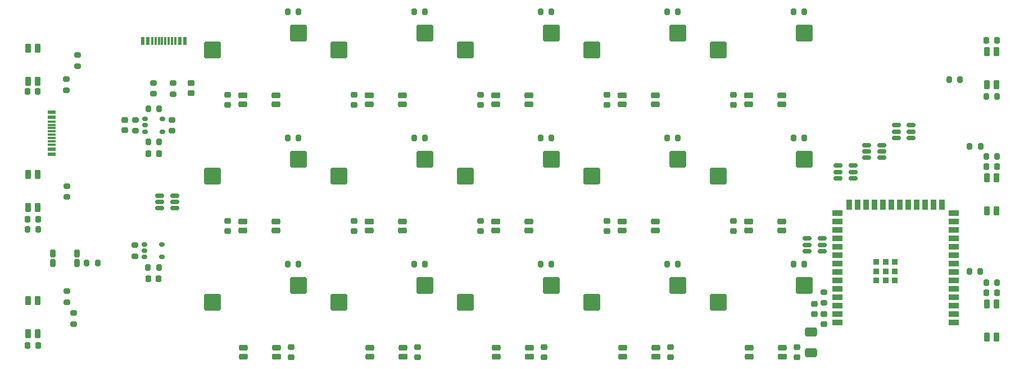
<source format=gbr>
%TF.GenerationSoftware,KiCad,Pcbnew,8.0.5*%
%TF.CreationDate,2024-11-23T20:31:30+11:00*%
%TF.ProjectId,Macro Mixer,4d616372-6f20-44d6-9978-65722e6b6963,rev?*%
%TF.SameCoordinates,Original*%
%TF.FileFunction,Paste,Bot*%
%TF.FilePolarity,Positive*%
%FSLAX46Y46*%
G04 Gerber Fmt 4.6, Leading zero omitted, Abs format (unit mm)*
G04 Created by KiCad (PCBNEW 8.0.5) date 2024-11-23 20:31:30*
%MOMM*%
%LPD*%
G01*
G04 APERTURE LIST*
G04 Aperture macros list*
%AMRoundRect*
0 Rectangle with rounded corners*
0 $1 Rounding radius*
0 $2 $3 $4 $5 $6 $7 $8 $9 X,Y pos of 4 corners*
0 Add a 4 corners polygon primitive as box body*
4,1,4,$2,$3,$4,$5,$6,$7,$8,$9,$2,$3,0*
0 Add four circle primitives for the rounded corners*
1,1,$1+$1,$2,$3*
1,1,$1+$1,$4,$5*
1,1,$1+$1,$6,$7*
1,1,$1+$1,$8,$9*
0 Add four rect primitives between the rounded corners*
20,1,$1+$1,$2,$3,$4,$5,0*
20,1,$1+$1,$4,$5,$6,$7,0*
20,1,$1+$1,$6,$7,$8,$9,0*
20,1,$1+$1,$8,$9,$2,$3,0*%
G04 Aperture macros list end*
%ADD10RoundRect,0.225000X0.225000X-0.440625X0.225000X0.440625X-0.225000X0.440625X-0.225000X-0.440625X0*%
%ADD11RoundRect,0.225000X0.225000X-0.439062X0.225000X0.439062X-0.225000X0.439062X-0.225000X-0.439062X0*%
%ADD12RoundRect,0.225000X0.225000X-0.437500X0.225000X0.437500X-0.225000X0.437500X-0.225000X-0.437500X0*%
%ADD13RoundRect,0.225000X0.440625X0.225000X-0.440625X0.225000X-0.440625X-0.225000X0.440625X-0.225000X0*%
%ADD14RoundRect,0.225000X0.439062X0.225000X-0.439062X0.225000X-0.439062X-0.225000X0.439062X-0.225000X0*%
%ADD15RoundRect,0.225000X0.437500X0.225000X-0.437500X0.225000X-0.437500X-0.225000X0.437500X-0.225000X0*%
%ADD16RoundRect,0.225000X-0.440625X-0.225000X0.440625X-0.225000X0.440625X0.225000X-0.440625X0.225000X0*%
%ADD17RoundRect,0.225000X-0.439062X-0.225000X0.439062X-0.225000X0.439062X0.225000X-0.439062X0.225000X0*%
%ADD18RoundRect,0.225000X-0.437500X-0.225000X0.437500X-0.225000X0.437500X0.225000X-0.437500X0.225000X0*%
%ADD19RoundRect,0.225000X-0.225000X0.440625X-0.225000X-0.440625X0.225000X-0.440625X0.225000X0.440625X0*%
%ADD20RoundRect,0.225000X-0.225000X0.439062X-0.225000X-0.439062X0.225000X-0.439062X0.225000X0.439062X0*%
%ADD21RoundRect,0.225000X-0.225000X0.437500X-0.225000X-0.437500X0.225000X-0.437500X0.225000X0.437500X0*%
%ADD22RoundRect,0.250000X-1.025000X-1.000000X1.025000X-1.000000X1.025000X1.000000X-1.025000X1.000000X0*%
%ADD23RoundRect,0.200000X0.200000X0.275000X-0.200000X0.275000X-0.200000X-0.275000X0.200000X-0.275000X0*%
%ADD24RoundRect,0.225000X-0.225000X-0.250000X0.225000X-0.250000X0.225000X0.250000X-0.225000X0.250000X0*%
%ADD25RoundRect,0.200000X-0.275000X0.200000X-0.275000X-0.200000X0.275000X-0.200000X0.275000X0.200000X0*%
%ADD26RoundRect,0.225000X-0.250000X0.225000X-0.250000X-0.225000X0.250000X-0.225000X0.250000X0.225000X0*%
%ADD27RoundRect,0.200000X-0.200000X-0.275000X0.200000X-0.275000X0.200000X0.275000X-0.200000X0.275000X0*%
%ADD28RoundRect,0.225000X0.250000X-0.225000X0.250000X0.225000X-0.250000X0.225000X-0.250000X-0.225000X0*%
%ADD29RoundRect,0.150000X0.512500X0.150000X-0.512500X0.150000X-0.512500X-0.150000X0.512500X-0.150000X0*%
%ADD30RoundRect,0.135000X-0.350000X0.315000X-0.350000X-0.315000X0.350000X-0.315000X0.350000X0.315000X0*%
%ADD31RoundRect,0.225000X0.225000X0.250000X-0.225000X0.250000X-0.225000X-0.250000X0.225000X-0.250000X0*%
%ADD32R,0.600000X1.150000*%
%ADD33R,0.300000X1.150000*%
%ADD34RoundRect,0.200000X0.275000X-0.200000X0.275000X0.200000X-0.275000X0.200000X-0.275000X-0.200000X0*%
%ADD35R,1.500000X0.900000*%
%ADD36R,0.900000X1.500000*%
%ADD37R,0.900000X0.900000*%
%ADD38RoundRect,0.150000X0.250000X0.150000X-0.250000X0.150000X-0.250000X-0.150000X0.250000X-0.150000X0*%
%ADD39R,1.150000X0.600000*%
%ADD40R,1.150000X0.300000*%
%ADD41RoundRect,0.200000X0.200000X0.400000X-0.200000X0.400000X-0.200000X-0.400000X0.200000X-0.400000X0*%
%ADD42RoundRect,0.250000X-0.650000X0.412500X-0.650000X-0.412500X0.650000X-0.412500X0.650000X0.412500X0*%
G04 APERTURE END LIST*
D10*
%TO.C,U12*%
X225425000Y-97762500D03*
D11*
X224025000Y-97762500D03*
D12*
X224025000Y-102762500D03*
X225425000Y-102762500D03*
%TD*%
D10*
%TO.C,U13*%
X225425000Y-78712500D03*
D11*
X224025000Y-78712500D03*
D12*
X224025000Y-83712500D03*
X225425000Y-83712500D03*
%TD*%
D10*
%TO.C,U11*%
X225425000Y-116812500D03*
D11*
X224025000Y-116812500D03*
D12*
X224025000Y-121812500D03*
X225425000Y-121812500D03*
%TD*%
D13*
%TO.C,U10*%
X150000000Y-104312500D03*
D14*
X150000000Y-105712500D03*
D15*
X155000000Y-105712500D03*
X155000000Y-104312500D03*
%TD*%
D13*
%TO.C,U4*%
X130950000Y-85262500D03*
D14*
X130950000Y-86662500D03*
D15*
X135950000Y-86662500D03*
X135950000Y-85262500D03*
%TD*%
D16*
%TO.C,U19*%
X155050000Y-124762500D03*
D17*
X155050000Y-123362500D03*
D18*
X150050000Y-123362500D03*
X150050000Y-124762500D03*
%TD*%
D13*
%TO.C,U14*%
X111900000Y-85262500D03*
D14*
X111900000Y-86662500D03*
D15*
X116900000Y-86662500D03*
X116900000Y-85262500D03*
%TD*%
D19*
%TO.C,U22*%
X79575000Y-121312501D03*
D20*
X80975000Y-121312501D03*
D21*
X80975000Y-116312501D03*
X79575000Y-116312501D03*
%TD*%
D13*
%TO.C,U5*%
X150000000Y-85262500D03*
D14*
X150000000Y-86662500D03*
D15*
X155000000Y-86662500D03*
X155000000Y-85262500D03*
%TD*%
D16*
%TO.C,U18*%
X136000000Y-124762500D03*
D17*
X136000000Y-123362500D03*
D18*
X131000000Y-123362500D03*
X131000000Y-124762500D03*
%TD*%
D13*
%TO.C,U7*%
X188100000Y-85262500D03*
D14*
X188100000Y-86662500D03*
D15*
X193100000Y-86662500D03*
X193100000Y-85262500D03*
%TD*%
D16*
%TO.C,U21*%
X193150000Y-124762500D03*
D17*
X193150000Y-123362500D03*
D18*
X188150000Y-123362500D03*
X188150000Y-124762500D03*
%TD*%
D13*
%TO.C,U15*%
X169050000Y-104312500D03*
D14*
X169050000Y-105712500D03*
D15*
X174050000Y-105712500D03*
X174050000Y-104312500D03*
%TD*%
D16*
%TO.C,U20*%
X174100000Y-124762500D03*
D17*
X174100000Y-123362500D03*
D18*
X169100000Y-123362500D03*
X169100000Y-124762500D03*
%TD*%
D13*
%TO.C,U16*%
X188100000Y-104312500D03*
D14*
X188100000Y-105712500D03*
D15*
X193100000Y-105712500D03*
X193100000Y-104312500D03*
%TD*%
D13*
%TO.C,U8*%
X111900000Y-104312500D03*
D14*
X111900000Y-105712500D03*
D15*
X116900000Y-105712500D03*
X116900000Y-104312500D03*
%TD*%
D13*
%TO.C,U6*%
X169050000Y-85262500D03*
D14*
X169050000Y-86662500D03*
D15*
X174050000Y-86662500D03*
X174050000Y-85262500D03*
%TD*%
D16*
%TO.C,U17*%
X116950000Y-124762500D03*
D17*
X116950000Y-123362500D03*
D18*
X111950000Y-123362500D03*
X111950000Y-124762500D03*
%TD*%
D13*
%TO.C,U9*%
X130950000Y-104312500D03*
D14*
X130950000Y-105712500D03*
D15*
X135950000Y-105712500D03*
X135950000Y-104312500D03*
%TD*%
D19*
%TO.C,U23*%
X79575000Y-102262501D03*
D20*
X80975000Y-102262501D03*
D21*
X80975000Y-97262501D03*
X79575000Y-97262501D03*
%TD*%
D19*
%TO.C,U24*%
X79575000Y-83212501D03*
D20*
X80975000Y-83212501D03*
D21*
X80975000Y-78212501D03*
X79575000Y-78212501D03*
%TD*%
D22*
%TO.C,SW3*%
X145415000Y-78422500D03*
X158342000Y-75882500D03*
%TD*%
%TO.C,SW14*%
X164465000Y-116522500D03*
X177392000Y-113982500D03*
%TD*%
%TO.C,SW7*%
X126365000Y-97472500D03*
X139292000Y-94932500D03*
%TD*%
%TO.C,SW15*%
X183515000Y-116522500D03*
X196442000Y-113982500D03*
%TD*%
%TO.C,SW4*%
X164465000Y-78422500D03*
X177392000Y-75882500D03*
%TD*%
%TO.C,SW8*%
X145415000Y-97472500D03*
X158342000Y-94932500D03*
%TD*%
%TO.C,SW10*%
X183515000Y-97472500D03*
X196442000Y-94932500D03*
%TD*%
%TO.C,SW13*%
X145415000Y-116522500D03*
X158342000Y-113982500D03*
%TD*%
%TO.C,SW1*%
X107315000Y-78422500D03*
X120242000Y-75882500D03*
%TD*%
%TO.C,SW9*%
X164465000Y-97472500D03*
X177392000Y-94932500D03*
%TD*%
%TO.C,SW6*%
X107315000Y-97472500D03*
X120242000Y-94932500D03*
%TD*%
%TO.C,SW11*%
X107315000Y-116522500D03*
X120242000Y-113982500D03*
%TD*%
%TO.C,SW12*%
X126365000Y-116522500D03*
X139292000Y-113982500D03*
%TD*%
%TO.C,SW2*%
X126365000Y-78422500D03*
X139292000Y-75882500D03*
%TD*%
%TO.C,SW5*%
X183515000Y-78422500D03*
X196442000Y-75882500D03*
%TD*%
D23*
%TO.C,R8*%
X90025000Y-110600000D03*
X88375000Y-110600000D03*
%TD*%
D24*
%TO.C,C30*%
X79500000Y-104012500D03*
X81050000Y-104012500D03*
%TD*%
D25*
%TO.C,R33*%
X85400000Y-114875000D03*
X85400000Y-116525000D03*
%TD*%
D26*
%TO.C,C13*%
X166800000Y-85187500D03*
X166800000Y-86737500D03*
%TD*%
D23*
%TO.C,R10*%
X139350000Y-72712500D03*
X137700000Y-72712500D03*
%TD*%
%TO.C,R30*%
X158400000Y-110812500D03*
X156750000Y-110812500D03*
%TD*%
D24*
%TO.C,C31*%
X79450000Y-84712500D03*
X81000000Y-84712500D03*
%TD*%
D26*
%TO.C,C16*%
X128700000Y-104237500D03*
X128700000Y-105787500D03*
%TD*%
D25*
%TO.C,R41*%
X85300000Y-82875000D03*
X85300000Y-84525000D03*
%TD*%
D27*
%TO.C,R19*%
X221375000Y-111900000D03*
X223025000Y-111900000D03*
%TD*%
D28*
%TO.C,C27*%
X176350000Y-124837500D03*
X176350000Y-123287500D03*
%TD*%
D23*
%TO.C,R15*%
X139350000Y-91762500D03*
X137700000Y-91762500D03*
%TD*%
%TO.C,R9*%
X120300000Y-72712500D03*
X118650000Y-72712500D03*
%TD*%
%TO.C,R28*%
X120300000Y-110812500D03*
X118650000Y-110812500D03*
%TD*%
D28*
%TO.C,C25*%
X138250000Y-124837500D03*
X138250000Y-123287500D03*
%TD*%
D23*
%TO.C,R20*%
X225550000Y-94512500D03*
X223900000Y-94512500D03*
%TD*%
D26*
%TO.C,C12*%
X147750000Y-85187500D03*
X147750000Y-86737500D03*
%TD*%
D23*
%TO.C,R31*%
X177450000Y-110812500D03*
X175800000Y-110812500D03*
%TD*%
%TO.C,C5*%
X99250000Y-111252500D03*
X97600000Y-111252500D03*
%TD*%
D25*
%TO.C,R1*%
X101375000Y-83437500D03*
X101375000Y-85087500D03*
%TD*%
D26*
%TO.C,C10*%
X199475000Y-118287500D03*
X199475000Y-119837500D03*
%TD*%
%TO.C,C8*%
X197975000Y-116787500D03*
X197975000Y-118337500D03*
%TD*%
D29*
%TO.C,U28*%
X212612500Y-89812500D03*
X212612500Y-90762500D03*
X212612500Y-91712500D03*
X210337500Y-91712500D03*
X210337500Y-90762500D03*
X210337500Y-89812500D03*
%TD*%
%TO.C,U25*%
X208162500Y-92800000D03*
X208162500Y-93750000D03*
X208162500Y-94700000D03*
X205887500Y-94700000D03*
X205887500Y-93750000D03*
X205887500Y-92800000D03*
%TD*%
D26*
%TO.C,C15*%
X109650000Y-104237500D03*
X109650000Y-105787500D03*
%TD*%
D30*
%TO.C,L1*%
X104075000Y-83427500D03*
X104075000Y-84997500D03*
%TD*%
D25*
%TO.C,R2*%
X98475000Y-83412500D03*
X98475000Y-85062500D03*
%TD*%
D31*
%TO.C,C20*%
X225500000Y-76962500D03*
X223950000Y-76962500D03*
%TD*%
D23*
%TO.C,R13*%
X196500000Y-72712500D03*
X194850000Y-72712500D03*
%TD*%
D31*
%TO.C,C7*%
X99200000Y-113002500D03*
X97650000Y-113002500D03*
%TD*%
D23*
%TO.C,R29*%
X139350000Y-110812500D03*
X137700000Y-110812500D03*
%TD*%
D32*
%TO.C,J1*%
X96800000Y-77050000D03*
X97600000Y-77050000D03*
D33*
X98750000Y-77050000D03*
X99750000Y-77050000D03*
X100250000Y-77050000D03*
X101250000Y-77050000D03*
D32*
X103200000Y-77050000D03*
X102400000Y-77050000D03*
D33*
X101750000Y-77050000D03*
X100750000Y-77050000D03*
X99250000Y-77050000D03*
X98250000Y-77050000D03*
%TD*%
D34*
%TO.C,R7*%
X199475000Y-116637500D03*
X199475000Y-114987500D03*
%TD*%
D27*
%TO.C,R23*%
X218300000Y-82900000D03*
X219950000Y-82900000D03*
%TD*%
D23*
%TO.C,C4*%
X99300000Y-92312500D03*
X97650000Y-92312500D03*
%TD*%
%TO.C,R12*%
X177450000Y-72712500D03*
X175800000Y-72712500D03*
%TD*%
D31*
%TO.C,C6*%
X99250000Y-94062500D03*
X97700000Y-94062500D03*
%TD*%
D25*
%TO.C,C2*%
X95725000Y-88987500D03*
X95725000Y-90637500D03*
%TD*%
D23*
%TO.C,R25*%
X225550000Y-85462500D03*
X223900000Y-85462500D03*
%TD*%
D24*
%TO.C,C29*%
X79500000Y-123062500D03*
X81050000Y-123062500D03*
%TD*%
D34*
%TO.C,R35*%
X86425000Y-119837500D03*
X86425000Y-118187500D03*
%TD*%
D35*
%TO.C,ESP32*%
X201475000Y-119572500D03*
X201475000Y-118302500D03*
X201475000Y-117032500D03*
X201475000Y-115762500D03*
X201475000Y-114492500D03*
X201475000Y-113222500D03*
X201475000Y-111952500D03*
X201475000Y-110682500D03*
X201475000Y-109412500D03*
X201475000Y-108142500D03*
X201475000Y-106872500D03*
X201475000Y-105602500D03*
X201475000Y-104332500D03*
X201475000Y-103062500D03*
D36*
X203240000Y-101812500D03*
X204510000Y-101812500D03*
X205780000Y-101812500D03*
X207050000Y-101812500D03*
X208320000Y-101812500D03*
X209590000Y-101812500D03*
X210860000Y-101812500D03*
X212130000Y-101812500D03*
X213400000Y-101812500D03*
X214670000Y-101812500D03*
X215940000Y-101812500D03*
X217210000Y-101812500D03*
D35*
X218975000Y-103062500D03*
X218975000Y-104332500D03*
X218975000Y-105602500D03*
X218975000Y-106872500D03*
X218975000Y-108142500D03*
X218975000Y-109412500D03*
X218975000Y-110682500D03*
X218975000Y-111952500D03*
X218975000Y-113222500D03*
X218975000Y-114492500D03*
X218975000Y-115762500D03*
X218975000Y-117032500D03*
X218975000Y-118302500D03*
X218975000Y-119572500D03*
D37*
X207325000Y-110452500D03*
X207325000Y-110452500D03*
X207325000Y-111852500D03*
X207325000Y-113252500D03*
X208725000Y-110452500D03*
X208725000Y-111852500D03*
X208725000Y-113252500D03*
X208725000Y-113252500D03*
X210125000Y-110452500D03*
X210125000Y-111852500D03*
X210125000Y-113252500D03*
%TD*%
D23*
%TO.C,R14*%
X120300000Y-91762500D03*
X118650000Y-91762500D03*
%TD*%
D38*
%TO.C,U1*%
X97175000Y-90762500D03*
X97175000Y-89812500D03*
X97175000Y-88862500D03*
X99775000Y-88862500D03*
X99775000Y-90762500D03*
%TD*%
%TO.C,U2*%
X97125000Y-109712500D03*
X97125000Y-108762500D03*
X97125000Y-107812500D03*
X99725000Y-107812500D03*
X99725000Y-109712500D03*
%TD*%
D26*
%TO.C,C1*%
X94100000Y-89025000D03*
X94100000Y-90575000D03*
%TD*%
%TO.C,C14*%
X185850000Y-85187500D03*
X185850000Y-86737500D03*
%TD*%
D34*
%TO.C,R39*%
X87025000Y-80887500D03*
X87025000Y-79237500D03*
%TD*%
D29*
%TO.C,U26*%
X203862500Y-95912500D03*
X203862500Y-96862500D03*
X203862500Y-97812500D03*
X201587500Y-97812500D03*
X201587500Y-96862500D03*
X201587500Y-95912500D03*
%TD*%
D23*
%TO.C,R26*%
X177450000Y-91762500D03*
X175800000Y-91762500D03*
%TD*%
D27*
%TO.C,R22*%
X221400000Y-92962500D03*
X223050000Y-92962500D03*
%TD*%
D39*
%TO.C,J2*%
X83075000Y-94200000D03*
X83075000Y-93400000D03*
D40*
X83075000Y-92250000D03*
X83075000Y-91250000D03*
X83075000Y-90750000D03*
X83075000Y-89750000D03*
D39*
X83075000Y-87800000D03*
X83075000Y-88600000D03*
D40*
X83075000Y-89250000D03*
X83075000Y-90250000D03*
X83075000Y-91750000D03*
X83075000Y-92750000D03*
%TD*%
D23*
%TO.C,R16*%
X158400000Y-91762500D03*
X156750000Y-91762500D03*
%TD*%
D34*
%TO.C,R3*%
X101225000Y-90637500D03*
X101225000Y-88987500D03*
%TD*%
D28*
%TO.C,C26*%
X157300000Y-124837500D03*
X157300000Y-123287500D03*
%TD*%
D26*
%TO.C,C22*%
X166800000Y-104237500D03*
X166800000Y-105787500D03*
%TD*%
D34*
%TO.C,R38*%
X85375000Y-100637500D03*
X85375000Y-98987500D03*
%TD*%
D23*
%TO.C,R27*%
X196500000Y-91762500D03*
X194850000Y-91762500D03*
%TD*%
D25*
%TO.C,C3*%
X95675000Y-107927500D03*
X95675000Y-109577500D03*
%TD*%
D23*
%TO.C,R4*%
X99300000Y-87312500D03*
X97650000Y-87312500D03*
%TD*%
%TO.C,R11*%
X158400000Y-72712500D03*
X156750000Y-72712500D03*
%TD*%
D26*
%TO.C,C17*%
X147750000Y-104237500D03*
X147750000Y-105787500D03*
%TD*%
%TO.C,C11*%
X128700000Y-85187500D03*
X128700000Y-86737500D03*
%TD*%
D28*
%TO.C,C28*%
X195400000Y-124837500D03*
X195400000Y-123287500D03*
%TD*%
D26*
%TO.C,C23*%
X185850000Y-104237500D03*
X185850000Y-105787500D03*
%TD*%
D23*
%TO.C,R17*%
X225550000Y-113562500D03*
X223900000Y-113562500D03*
%TD*%
D27*
%TO.C,R36*%
X79450000Y-105512500D03*
X81100000Y-105512500D03*
%TD*%
D28*
%TO.C,C24*%
X119200000Y-124837500D03*
X119200000Y-123287500D03*
%TD*%
D29*
%TO.C,U27*%
X199162500Y-106912500D03*
X199162500Y-107862500D03*
X199162500Y-108812500D03*
X196887500Y-108812500D03*
X196887500Y-107862500D03*
X196887500Y-106912500D03*
%TD*%
%TO.C,U3*%
X101662500Y-100412500D03*
X101662500Y-101362500D03*
X101662500Y-102312500D03*
X99387500Y-102312500D03*
X99387500Y-101362500D03*
X99387500Y-100412500D03*
%TD*%
D31*
%TO.C,C18*%
X225500000Y-115062500D03*
X223950000Y-115062500D03*
%TD*%
D41*
%TO.C,BootSW1*%
X86950000Y-110650000D03*
X86950000Y-109150000D03*
X83250000Y-110650000D03*
X83250000Y-109150000D03*
%TD*%
D42*
%TO.C,C9*%
X197475000Y-121000000D03*
X197475000Y-124125000D03*
%TD*%
D23*
%TO.C,R32*%
X196500000Y-110812500D03*
X194850000Y-110812500D03*
%TD*%
D26*
%TO.C,C21*%
X109650000Y-85187500D03*
X109650000Y-86737500D03*
%TD*%
D31*
%TO.C,C19*%
X225500000Y-96012500D03*
X223950000Y-96012500D03*
%TD*%
M02*

</source>
